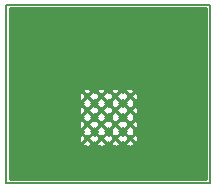
<source format=gbl>
G04 #@! TF.FileFunction,Copper,L2,Bot,Signal*
%FSLAX46Y46*%
G04 Gerber Fmt 4.6, Leading zero omitted, Abs format (unit mm)*
G04 Created by KiCad (PCBNEW 4.0.0-stable) date Wednesday, March 16, 2016 'PMt' 10:12:40 PM*
%MOMM*%
G01*
G04 APERTURE LIST*
%ADD10C,0.100000*%
%ADD11C,0.152400*%
%ADD12C,0.609600*%
%ADD13C,0.254000*%
%ADD14C,0.381000*%
G04 APERTURE END LIST*
D10*
D11*
X75444540Y79954420D02*
X75444540Y94991220D01*
X75444540Y79954420D02*
X92690740Y79954420D01*
X92690740Y79954420D02*
X92690740Y94991220D01*
X75444540Y94991220D02*
X92690740Y94991220D01*
X75444540Y94991220D02*
X92690740Y94991220D01*
X75444540Y79954420D02*
X75444540Y94991220D01*
X75444540Y79954420D02*
X92690740Y79954420D01*
X92690740Y79954420D02*
X92690740Y94991220D01*
D12*
X92056140Y94356220D03*
X86595140Y94356220D03*
X81184940Y89454020D03*
X76079540Y94356220D03*
X80219740Y94356220D03*
X83496340Y94356220D03*
X77019340Y85288420D03*
X76079540Y81986420D03*
X76079540Y80589420D03*
X92056140Y80691020D03*
X89262140Y80691020D03*
X92056140Y84145420D03*
X90201940Y84145420D03*
X92056140Y85847220D03*
X91598940Y88742820D03*
X89033540Y91613020D03*
X92056140Y92908420D03*
X86493540Y90597020D03*
X88042940Y91435220D03*
X87204740Y91435220D03*
X87204740Y91435220D03*
X86595140Y92908420D03*
X83420140Y92908420D03*
X76079540Y89276220D03*
X78848140Y90038220D03*
X76079540Y92908420D03*
X78775930Y89168620D03*
X77197140Y88412620D03*
X86493540Y89504820D03*
X80778540Y80564020D03*
X91090940Y83104020D03*
X81718340Y80589420D03*
X81108740Y82491620D03*
X77451140Y87396620D03*
X90684540Y87218820D03*
X90684540Y88057020D03*
X78695740Y92908420D03*
X90129730Y85841220D03*
X83496340Y89530220D03*
X82305935Y87291617D03*
X83505935Y87291617D03*
X84705935Y87291617D03*
X85905935Y87291617D03*
X82305935Y86091617D03*
X83505935Y86091617D03*
X84705935Y86091617D03*
X85905935Y86091617D03*
X82305935Y84891617D03*
X83505935Y84891617D03*
X84705935Y84891617D03*
X85905935Y84891617D03*
X82305935Y83691617D03*
X83505935Y83691617D03*
X84705935Y83691617D03*
X85905935Y83691617D03*
D13*
X78775930Y89168620D02*
X79100120Y88844420D01*
X79100120Y88844420D02*
X85833140Y88844420D01*
X85833140Y88844420D02*
X86493540Y89504820D01*
D14*
X80398820Y81908930D02*
X81718340Y80589420D01*
X78775930Y86930710D02*
X78775930Y89168620D01*
X78775930Y86930710D02*
X80398820Y85307820D01*
X80398820Y81908930D02*
X80398820Y85307820D01*
D13*
G36*
X92396100Y80249060D02*
X75739180Y80249060D01*
X75739180Y83271335D01*
X81886360Y83271335D01*
X81901286Y83133814D01*
X82017883Y83065589D01*
X82145550Y83021422D01*
X82279380Y83003010D01*
X82414231Y83011061D01*
X82544920Y83045265D01*
X82666425Y83104308D01*
X82710584Y83133814D01*
X82725510Y83271335D01*
X83086360Y83271335D01*
X83101286Y83133814D01*
X83217883Y83065589D01*
X83345550Y83021422D01*
X83479380Y83003010D01*
X83614231Y83011061D01*
X83744920Y83045265D01*
X83866425Y83104308D01*
X83910584Y83133814D01*
X83925510Y83271335D01*
X84286360Y83271335D01*
X84301286Y83133814D01*
X84417883Y83065589D01*
X84545550Y83021422D01*
X84679380Y83003010D01*
X84814231Y83011061D01*
X84944920Y83045265D01*
X85066425Y83104308D01*
X85110584Y83133814D01*
X85125510Y83271335D01*
X85486360Y83271335D01*
X85501286Y83133814D01*
X85617883Y83065589D01*
X85745550Y83021422D01*
X85879380Y83003010D01*
X86014231Y83011061D01*
X86144920Y83045265D01*
X86266425Y83104308D01*
X86310584Y83133814D01*
X86325510Y83271335D01*
X85905935Y83690910D01*
X85486360Y83271335D01*
X85125510Y83271335D01*
X84705935Y83690910D01*
X84286360Y83271335D01*
X83925510Y83271335D01*
X83505935Y83690910D01*
X83086360Y83271335D01*
X82725510Y83271335D01*
X82305935Y83690910D01*
X81886360Y83271335D01*
X75739180Y83271335D01*
X75739180Y83718172D01*
X81617328Y83718172D01*
X81625379Y83583321D01*
X81659583Y83452632D01*
X81718626Y83331127D01*
X81748132Y83286968D01*
X81885653Y83272042D01*
X82305228Y83691617D01*
X82306642Y83691617D01*
X82726217Y83272042D01*
X82863738Y83286968D01*
X82905447Y83358249D01*
X82918626Y83331127D01*
X82948132Y83286968D01*
X83085653Y83272042D01*
X83505228Y83691617D01*
X83506642Y83691617D01*
X83926217Y83272042D01*
X84063738Y83286968D01*
X84105447Y83358249D01*
X84118626Y83331127D01*
X84148132Y83286968D01*
X84285653Y83272042D01*
X84705228Y83691617D01*
X84706642Y83691617D01*
X85126217Y83272042D01*
X85263738Y83286968D01*
X85305447Y83358249D01*
X85318626Y83331127D01*
X85348132Y83286968D01*
X85485653Y83272042D01*
X85905228Y83691617D01*
X85906642Y83691617D01*
X86326217Y83272042D01*
X86463738Y83286968D01*
X86531963Y83403565D01*
X86576130Y83531232D01*
X86594542Y83665062D01*
X86586491Y83799913D01*
X86552287Y83930602D01*
X86493244Y84052107D01*
X86463738Y84096266D01*
X86326217Y84111192D01*
X85906642Y83691617D01*
X85905228Y83691617D01*
X85485653Y84111192D01*
X85348132Y84096266D01*
X85306423Y84024985D01*
X85293244Y84052107D01*
X85263738Y84096266D01*
X85126217Y84111192D01*
X84706642Y83691617D01*
X84705228Y83691617D01*
X84285653Y84111192D01*
X84148132Y84096266D01*
X84106423Y84024985D01*
X84093244Y84052107D01*
X84063738Y84096266D01*
X83926217Y84111192D01*
X83506642Y83691617D01*
X83505228Y83691617D01*
X83085653Y84111192D01*
X82948132Y84096266D01*
X82906423Y84024985D01*
X82893244Y84052107D01*
X82863738Y84096266D01*
X82726217Y84111192D01*
X82306642Y83691617D01*
X82305228Y83691617D01*
X81885653Y84111192D01*
X81748132Y84096266D01*
X81679907Y83979669D01*
X81635740Y83852002D01*
X81617328Y83718172D01*
X75739180Y83718172D01*
X75739180Y84471335D01*
X81886360Y84471335D01*
X81901286Y84333814D01*
X81972567Y84292105D01*
X81945445Y84278926D01*
X81901286Y84249420D01*
X81886360Y84111899D01*
X82305935Y83692324D01*
X82725510Y84111899D01*
X82710584Y84249420D01*
X82639303Y84291129D01*
X82666425Y84304308D01*
X82710584Y84333814D01*
X82725510Y84471335D01*
X83086360Y84471335D01*
X83101286Y84333814D01*
X83172567Y84292105D01*
X83145445Y84278926D01*
X83101286Y84249420D01*
X83086360Y84111899D01*
X83505935Y83692324D01*
X83925510Y84111899D01*
X83910584Y84249420D01*
X83839303Y84291129D01*
X83866425Y84304308D01*
X83910584Y84333814D01*
X83925510Y84471335D01*
X84286360Y84471335D01*
X84301286Y84333814D01*
X84372567Y84292105D01*
X84345445Y84278926D01*
X84301286Y84249420D01*
X84286360Y84111899D01*
X84705935Y83692324D01*
X85125510Y84111899D01*
X85110584Y84249420D01*
X85039303Y84291129D01*
X85066425Y84304308D01*
X85110584Y84333814D01*
X85125510Y84471335D01*
X85486360Y84471335D01*
X85501286Y84333814D01*
X85572567Y84292105D01*
X85545445Y84278926D01*
X85501286Y84249420D01*
X85486360Y84111899D01*
X85905935Y83692324D01*
X86325510Y84111899D01*
X86310584Y84249420D01*
X86239303Y84291129D01*
X86266425Y84304308D01*
X86310584Y84333814D01*
X86325510Y84471335D01*
X85905935Y84890910D01*
X85486360Y84471335D01*
X85125510Y84471335D01*
X84705935Y84890910D01*
X84286360Y84471335D01*
X83925510Y84471335D01*
X83505935Y84890910D01*
X83086360Y84471335D01*
X82725510Y84471335D01*
X82305935Y84890910D01*
X81886360Y84471335D01*
X75739180Y84471335D01*
X75739180Y84918172D01*
X81617328Y84918172D01*
X81625379Y84783321D01*
X81659583Y84652632D01*
X81718626Y84531127D01*
X81748132Y84486968D01*
X81885653Y84472042D01*
X82305228Y84891617D01*
X82306642Y84891617D01*
X82726217Y84472042D01*
X82863738Y84486968D01*
X82905447Y84558249D01*
X82918626Y84531127D01*
X82948132Y84486968D01*
X83085653Y84472042D01*
X83505228Y84891617D01*
X83506642Y84891617D01*
X83926217Y84472042D01*
X84063738Y84486968D01*
X84105447Y84558249D01*
X84118626Y84531127D01*
X84148132Y84486968D01*
X84285653Y84472042D01*
X84705228Y84891617D01*
X84706642Y84891617D01*
X85126217Y84472042D01*
X85263738Y84486968D01*
X85305447Y84558249D01*
X85318626Y84531127D01*
X85348132Y84486968D01*
X85485653Y84472042D01*
X85905228Y84891617D01*
X85906642Y84891617D01*
X86326217Y84472042D01*
X86463738Y84486968D01*
X86531963Y84603565D01*
X86576130Y84731232D01*
X86594542Y84865062D01*
X86586491Y84999913D01*
X86552287Y85130602D01*
X86493244Y85252107D01*
X86463738Y85296266D01*
X86326217Y85311192D01*
X85906642Y84891617D01*
X85905228Y84891617D01*
X85485653Y85311192D01*
X85348132Y85296266D01*
X85306423Y85224985D01*
X85293244Y85252107D01*
X85263738Y85296266D01*
X85126217Y85311192D01*
X84706642Y84891617D01*
X84705228Y84891617D01*
X84285653Y85311192D01*
X84148132Y85296266D01*
X84106423Y85224985D01*
X84093244Y85252107D01*
X84063738Y85296266D01*
X83926217Y85311192D01*
X83506642Y84891617D01*
X83505228Y84891617D01*
X83085653Y85311192D01*
X82948132Y85296266D01*
X82906423Y85224985D01*
X82893244Y85252107D01*
X82863738Y85296266D01*
X82726217Y85311192D01*
X82306642Y84891617D01*
X82305228Y84891617D01*
X81885653Y85311192D01*
X81748132Y85296266D01*
X81679907Y85179669D01*
X81635740Y85052002D01*
X81617328Y84918172D01*
X75739180Y84918172D01*
X75739180Y85671335D01*
X81886360Y85671335D01*
X81901286Y85533814D01*
X81972567Y85492105D01*
X81945445Y85478926D01*
X81901286Y85449420D01*
X81886360Y85311899D01*
X82305935Y84892324D01*
X82725510Y85311899D01*
X82710584Y85449420D01*
X82639303Y85491129D01*
X82666425Y85504308D01*
X82710584Y85533814D01*
X82725510Y85671335D01*
X83086360Y85671335D01*
X83101286Y85533814D01*
X83172567Y85492105D01*
X83145445Y85478926D01*
X83101286Y85449420D01*
X83086360Y85311899D01*
X83505935Y84892324D01*
X83925510Y85311899D01*
X83910584Y85449420D01*
X83839303Y85491129D01*
X83866425Y85504308D01*
X83910584Y85533814D01*
X83925510Y85671335D01*
X84286360Y85671335D01*
X84301286Y85533814D01*
X84372567Y85492105D01*
X84345445Y85478926D01*
X84301286Y85449420D01*
X84286360Y85311899D01*
X84705935Y84892324D01*
X85125510Y85311899D01*
X85110584Y85449420D01*
X85039303Y85491129D01*
X85066425Y85504308D01*
X85110584Y85533814D01*
X85125510Y85671335D01*
X85486360Y85671335D01*
X85501286Y85533814D01*
X85572567Y85492105D01*
X85545445Y85478926D01*
X85501286Y85449420D01*
X85486360Y85311899D01*
X85905935Y84892324D01*
X86325510Y85311899D01*
X86310584Y85449420D01*
X86239303Y85491129D01*
X86266425Y85504308D01*
X86310584Y85533814D01*
X86325510Y85671335D01*
X85905935Y86090910D01*
X85486360Y85671335D01*
X85125510Y85671335D01*
X84705935Y86090910D01*
X84286360Y85671335D01*
X83925510Y85671335D01*
X83505935Y86090910D01*
X83086360Y85671335D01*
X82725510Y85671335D01*
X82305935Y86090910D01*
X81886360Y85671335D01*
X75739180Y85671335D01*
X75739180Y86118172D01*
X81617328Y86118172D01*
X81625379Y85983321D01*
X81659583Y85852632D01*
X81718626Y85731127D01*
X81748132Y85686968D01*
X81885653Y85672042D01*
X82305228Y86091617D01*
X82306642Y86091617D01*
X82726217Y85672042D01*
X82863738Y85686968D01*
X82905447Y85758249D01*
X82918626Y85731127D01*
X82948132Y85686968D01*
X83085653Y85672042D01*
X83505228Y86091617D01*
X83506642Y86091617D01*
X83926217Y85672042D01*
X84063738Y85686968D01*
X84105447Y85758249D01*
X84118626Y85731127D01*
X84148132Y85686968D01*
X84285653Y85672042D01*
X84705228Y86091617D01*
X84706642Y86091617D01*
X85126217Y85672042D01*
X85263738Y85686968D01*
X85305447Y85758249D01*
X85318626Y85731127D01*
X85348132Y85686968D01*
X85485653Y85672042D01*
X85905228Y86091617D01*
X85906642Y86091617D01*
X86326217Y85672042D01*
X86463738Y85686968D01*
X86531963Y85803565D01*
X86576130Y85931232D01*
X86594542Y86065062D01*
X86586491Y86199913D01*
X86552287Y86330602D01*
X86493244Y86452107D01*
X86463738Y86496266D01*
X86326217Y86511192D01*
X85906642Y86091617D01*
X85905228Y86091617D01*
X85485653Y86511192D01*
X85348132Y86496266D01*
X85306423Y86424985D01*
X85293244Y86452107D01*
X85263738Y86496266D01*
X85126217Y86511192D01*
X84706642Y86091617D01*
X84705228Y86091617D01*
X84285653Y86511192D01*
X84148132Y86496266D01*
X84106423Y86424985D01*
X84093244Y86452107D01*
X84063738Y86496266D01*
X83926217Y86511192D01*
X83506642Y86091617D01*
X83505228Y86091617D01*
X83085653Y86511192D01*
X82948132Y86496266D01*
X82906423Y86424985D01*
X82893244Y86452107D01*
X82863738Y86496266D01*
X82726217Y86511192D01*
X82306642Y86091617D01*
X82305228Y86091617D01*
X81885653Y86511192D01*
X81748132Y86496266D01*
X81679907Y86379669D01*
X81635740Y86252002D01*
X81617328Y86118172D01*
X75739180Y86118172D01*
X75739180Y86871335D01*
X81886360Y86871335D01*
X81901286Y86733814D01*
X81972567Y86692105D01*
X81945445Y86678926D01*
X81901286Y86649420D01*
X81886360Y86511899D01*
X82305935Y86092324D01*
X82725510Y86511899D01*
X82710584Y86649420D01*
X82639303Y86691129D01*
X82666425Y86704308D01*
X82710584Y86733814D01*
X82725510Y86871335D01*
X83086360Y86871335D01*
X83101286Y86733814D01*
X83172567Y86692105D01*
X83145445Y86678926D01*
X83101286Y86649420D01*
X83086360Y86511899D01*
X83505935Y86092324D01*
X83925510Y86511899D01*
X83910584Y86649420D01*
X83839303Y86691129D01*
X83866425Y86704308D01*
X83910584Y86733814D01*
X83925510Y86871335D01*
X84286360Y86871335D01*
X84301286Y86733814D01*
X84372567Y86692105D01*
X84345445Y86678926D01*
X84301286Y86649420D01*
X84286360Y86511899D01*
X84705935Y86092324D01*
X85125510Y86511899D01*
X85110584Y86649420D01*
X85039303Y86691129D01*
X85066425Y86704308D01*
X85110584Y86733814D01*
X85125510Y86871335D01*
X85486360Y86871335D01*
X85501286Y86733814D01*
X85572567Y86692105D01*
X85545445Y86678926D01*
X85501286Y86649420D01*
X85486360Y86511899D01*
X85905935Y86092324D01*
X86325510Y86511899D01*
X86310584Y86649420D01*
X86239303Y86691129D01*
X86266425Y86704308D01*
X86310584Y86733814D01*
X86325510Y86871335D01*
X85905935Y87290910D01*
X85486360Y86871335D01*
X85125510Y86871335D01*
X84705935Y87290910D01*
X84286360Y86871335D01*
X83925510Y86871335D01*
X83505935Y87290910D01*
X83086360Y86871335D01*
X82725510Y86871335D01*
X82305935Y87290910D01*
X81886360Y86871335D01*
X75739180Y86871335D01*
X75739180Y87318172D01*
X81617328Y87318172D01*
X81625379Y87183321D01*
X81659583Y87052632D01*
X81718626Y86931127D01*
X81748132Y86886968D01*
X81885653Y86872042D01*
X82305228Y87291617D01*
X82306642Y87291617D01*
X82726217Y86872042D01*
X82863738Y86886968D01*
X82905447Y86958249D01*
X82918626Y86931127D01*
X82948132Y86886968D01*
X83085653Y86872042D01*
X83505228Y87291617D01*
X83506642Y87291617D01*
X83926217Y86872042D01*
X84063738Y86886968D01*
X84105447Y86958249D01*
X84118626Y86931127D01*
X84148132Y86886968D01*
X84285653Y86872042D01*
X84705228Y87291617D01*
X84706642Y87291617D01*
X85126217Y86872042D01*
X85263738Y86886968D01*
X85305447Y86958249D01*
X85318626Y86931127D01*
X85348132Y86886968D01*
X85485653Y86872042D01*
X85905228Y87291617D01*
X85906642Y87291617D01*
X86326217Y86872042D01*
X86463738Y86886968D01*
X86531963Y87003565D01*
X86576130Y87131232D01*
X86594542Y87265062D01*
X86586491Y87399913D01*
X86552287Y87530602D01*
X86493244Y87652107D01*
X86463738Y87696266D01*
X86326217Y87711192D01*
X85906642Y87291617D01*
X85905228Y87291617D01*
X85485653Y87711192D01*
X85348132Y87696266D01*
X85306423Y87624985D01*
X85293244Y87652107D01*
X85263738Y87696266D01*
X85126217Y87711192D01*
X84706642Y87291617D01*
X84705228Y87291617D01*
X84285653Y87711192D01*
X84148132Y87696266D01*
X84106423Y87624985D01*
X84093244Y87652107D01*
X84063738Y87696266D01*
X83926217Y87711192D01*
X83506642Y87291617D01*
X83505228Y87291617D01*
X83085653Y87711192D01*
X82948132Y87696266D01*
X82906423Y87624985D01*
X82893244Y87652107D01*
X82863738Y87696266D01*
X82726217Y87711192D01*
X82306642Y87291617D01*
X82305228Y87291617D01*
X81885653Y87711192D01*
X81748132Y87696266D01*
X81679907Y87579669D01*
X81635740Y87452002D01*
X81617328Y87318172D01*
X75739180Y87318172D01*
X75739180Y87711899D01*
X81886360Y87711899D01*
X82305935Y87292324D01*
X82725510Y87711899D01*
X83086360Y87711899D01*
X83505935Y87292324D01*
X83925510Y87711899D01*
X84286360Y87711899D01*
X84705935Y87292324D01*
X85125510Y87711899D01*
X85486360Y87711899D01*
X85905935Y87292324D01*
X86325510Y87711899D01*
X86310584Y87849420D01*
X86193987Y87917645D01*
X86066320Y87961812D01*
X85932490Y87980224D01*
X85797639Y87972173D01*
X85666950Y87937969D01*
X85545445Y87878926D01*
X85501286Y87849420D01*
X85486360Y87711899D01*
X85125510Y87711899D01*
X85110584Y87849420D01*
X84993987Y87917645D01*
X84866320Y87961812D01*
X84732490Y87980224D01*
X84597639Y87972173D01*
X84466950Y87937969D01*
X84345445Y87878926D01*
X84301286Y87849420D01*
X84286360Y87711899D01*
X83925510Y87711899D01*
X83910584Y87849420D01*
X83793987Y87917645D01*
X83666320Y87961812D01*
X83532490Y87980224D01*
X83397639Y87972173D01*
X83266950Y87937969D01*
X83145445Y87878926D01*
X83101286Y87849420D01*
X83086360Y87711899D01*
X82725510Y87711899D01*
X82710584Y87849420D01*
X82593987Y87917645D01*
X82466320Y87961812D01*
X82332490Y87980224D01*
X82197639Y87972173D01*
X82066950Y87937969D01*
X81945445Y87878926D01*
X81901286Y87849420D01*
X81886360Y87711899D01*
X75739180Y87711899D01*
X75739180Y94696580D01*
X92396100Y94696580D01*
X92396100Y80249060D01*
X92396100Y80249060D01*
G37*
X92396100Y80249060D02*
X75739180Y80249060D01*
X75739180Y83271335D01*
X81886360Y83271335D01*
X81901286Y83133814D01*
X82017883Y83065589D01*
X82145550Y83021422D01*
X82279380Y83003010D01*
X82414231Y83011061D01*
X82544920Y83045265D01*
X82666425Y83104308D01*
X82710584Y83133814D01*
X82725510Y83271335D01*
X83086360Y83271335D01*
X83101286Y83133814D01*
X83217883Y83065589D01*
X83345550Y83021422D01*
X83479380Y83003010D01*
X83614231Y83011061D01*
X83744920Y83045265D01*
X83866425Y83104308D01*
X83910584Y83133814D01*
X83925510Y83271335D01*
X84286360Y83271335D01*
X84301286Y83133814D01*
X84417883Y83065589D01*
X84545550Y83021422D01*
X84679380Y83003010D01*
X84814231Y83011061D01*
X84944920Y83045265D01*
X85066425Y83104308D01*
X85110584Y83133814D01*
X85125510Y83271335D01*
X85486360Y83271335D01*
X85501286Y83133814D01*
X85617883Y83065589D01*
X85745550Y83021422D01*
X85879380Y83003010D01*
X86014231Y83011061D01*
X86144920Y83045265D01*
X86266425Y83104308D01*
X86310584Y83133814D01*
X86325510Y83271335D01*
X85905935Y83690910D01*
X85486360Y83271335D01*
X85125510Y83271335D01*
X84705935Y83690910D01*
X84286360Y83271335D01*
X83925510Y83271335D01*
X83505935Y83690910D01*
X83086360Y83271335D01*
X82725510Y83271335D01*
X82305935Y83690910D01*
X81886360Y83271335D01*
X75739180Y83271335D01*
X75739180Y83718172D01*
X81617328Y83718172D01*
X81625379Y83583321D01*
X81659583Y83452632D01*
X81718626Y83331127D01*
X81748132Y83286968D01*
X81885653Y83272042D01*
X82305228Y83691617D01*
X82306642Y83691617D01*
X82726217Y83272042D01*
X82863738Y83286968D01*
X82905447Y83358249D01*
X82918626Y83331127D01*
X82948132Y83286968D01*
X83085653Y83272042D01*
X83505228Y83691617D01*
X83506642Y83691617D01*
X83926217Y83272042D01*
X84063738Y83286968D01*
X84105447Y83358249D01*
X84118626Y83331127D01*
X84148132Y83286968D01*
X84285653Y83272042D01*
X84705228Y83691617D01*
X84706642Y83691617D01*
X85126217Y83272042D01*
X85263738Y83286968D01*
X85305447Y83358249D01*
X85318626Y83331127D01*
X85348132Y83286968D01*
X85485653Y83272042D01*
X85905228Y83691617D01*
X85906642Y83691617D01*
X86326217Y83272042D01*
X86463738Y83286968D01*
X86531963Y83403565D01*
X86576130Y83531232D01*
X86594542Y83665062D01*
X86586491Y83799913D01*
X86552287Y83930602D01*
X86493244Y84052107D01*
X86463738Y84096266D01*
X86326217Y84111192D01*
X85906642Y83691617D01*
X85905228Y83691617D01*
X85485653Y84111192D01*
X85348132Y84096266D01*
X85306423Y84024985D01*
X85293244Y84052107D01*
X85263738Y84096266D01*
X85126217Y84111192D01*
X84706642Y83691617D01*
X84705228Y83691617D01*
X84285653Y84111192D01*
X84148132Y84096266D01*
X84106423Y84024985D01*
X84093244Y84052107D01*
X84063738Y84096266D01*
X83926217Y84111192D01*
X83506642Y83691617D01*
X83505228Y83691617D01*
X83085653Y84111192D01*
X82948132Y84096266D01*
X82906423Y84024985D01*
X82893244Y84052107D01*
X82863738Y84096266D01*
X82726217Y84111192D01*
X82306642Y83691617D01*
X82305228Y83691617D01*
X81885653Y84111192D01*
X81748132Y84096266D01*
X81679907Y83979669D01*
X81635740Y83852002D01*
X81617328Y83718172D01*
X75739180Y83718172D01*
X75739180Y84471335D01*
X81886360Y84471335D01*
X81901286Y84333814D01*
X81972567Y84292105D01*
X81945445Y84278926D01*
X81901286Y84249420D01*
X81886360Y84111899D01*
X82305935Y83692324D01*
X82725510Y84111899D01*
X82710584Y84249420D01*
X82639303Y84291129D01*
X82666425Y84304308D01*
X82710584Y84333814D01*
X82725510Y84471335D01*
X83086360Y84471335D01*
X83101286Y84333814D01*
X83172567Y84292105D01*
X83145445Y84278926D01*
X83101286Y84249420D01*
X83086360Y84111899D01*
X83505935Y83692324D01*
X83925510Y84111899D01*
X83910584Y84249420D01*
X83839303Y84291129D01*
X83866425Y84304308D01*
X83910584Y84333814D01*
X83925510Y84471335D01*
X84286360Y84471335D01*
X84301286Y84333814D01*
X84372567Y84292105D01*
X84345445Y84278926D01*
X84301286Y84249420D01*
X84286360Y84111899D01*
X84705935Y83692324D01*
X85125510Y84111899D01*
X85110584Y84249420D01*
X85039303Y84291129D01*
X85066425Y84304308D01*
X85110584Y84333814D01*
X85125510Y84471335D01*
X85486360Y84471335D01*
X85501286Y84333814D01*
X85572567Y84292105D01*
X85545445Y84278926D01*
X85501286Y84249420D01*
X85486360Y84111899D01*
X85905935Y83692324D01*
X86325510Y84111899D01*
X86310584Y84249420D01*
X86239303Y84291129D01*
X86266425Y84304308D01*
X86310584Y84333814D01*
X86325510Y84471335D01*
X85905935Y84890910D01*
X85486360Y84471335D01*
X85125510Y84471335D01*
X84705935Y84890910D01*
X84286360Y84471335D01*
X83925510Y84471335D01*
X83505935Y84890910D01*
X83086360Y84471335D01*
X82725510Y84471335D01*
X82305935Y84890910D01*
X81886360Y84471335D01*
X75739180Y84471335D01*
X75739180Y84918172D01*
X81617328Y84918172D01*
X81625379Y84783321D01*
X81659583Y84652632D01*
X81718626Y84531127D01*
X81748132Y84486968D01*
X81885653Y84472042D01*
X82305228Y84891617D01*
X82306642Y84891617D01*
X82726217Y84472042D01*
X82863738Y84486968D01*
X82905447Y84558249D01*
X82918626Y84531127D01*
X82948132Y84486968D01*
X83085653Y84472042D01*
X83505228Y84891617D01*
X83506642Y84891617D01*
X83926217Y84472042D01*
X84063738Y84486968D01*
X84105447Y84558249D01*
X84118626Y84531127D01*
X84148132Y84486968D01*
X84285653Y84472042D01*
X84705228Y84891617D01*
X84706642Y84891617D01*
X85126217Y84472042D01*
X85263738Y84486968D01*
X85305447Y84558249D01*
X85318626Y84531127D01*
X85348132Y84486968D01*
X85485653Y84472042D01*
X85905228Y84891617D01*
X85906642Y84891617D01*
X86326217Y84472042D01*
X86463738Y84486968D01*
X86531963Y84603565D01*
X86576130Y84731232D01*
X86594542Y84865062D01*
X86586491Y84999913D01*
X86552287Y85130602D01*
X86493244Y85252107D01*
X86463738Y85296266D01*
X86326217Y85311192D01*
X85906642Y84891617D01*
X85905228Y84891617D01*
X85485653Y85311192D01*
X85348132Y85296266D01*
X85306423Y85224985D01*
X85293244Y85252107D01*
X85263738Y85296266D01*
X85126217Y85311192D01*
X84706642Y84891617D01*
X84705228Y84891617D01*
X84285653Y85311192D01*
X84148132Y85296266D01*
X84106423Y85224985D01*
X84093244Y85252107D01*
X84063738Y85296266D01*
X83926217Y85311192D01*
X83506642Y84891617D01*
X83505228Y84891617D01*
X83085653Y85311192D01*
X82948132Y85296266D01*
X82906423Y85224985D01*
X82893244Y85252107D01*
X82863738Y85296266D01*
X82726217Y85311192D01*
X82306642Y84891617D01*
X82305228Y84891617D01*
X81885653Y85311192D01*
X81748132Y85296266D01*
X81679907Y85179669D01*
X81635740Y85052002D01*
X81617328Y84918172D01*
X75739180Y84918172D01*
X75739180Y85671335D01*
X81886360Y85671335D01*
X81901286Y85533814D01*
X81972567Y85492105D01*
X81945445Y85478926D01*
X81901286Y85449420D01*
X81886360Y85311899D01*
X82305935Y84892324D01*
X82725510Y85311899D01*
X82710584Y85449420D01*
X82639303Y85491129D01*
X82666425Y85504308D01*
X82710584Y85533814D01*
X82725510Y85671335D01*
X83086360Y85671335D01*
X83101286Y85533814D01*
X83172567Y85492105D01*
X83145445Y85478926D01*
X83101286Y85449420D01*
X83086360Y85311899D01*
X83505935Y84892324D01*
X83925510Y85311899D01*
X83910584Y85449420D01*
X83839303Y85491129D01*
X83866425Y85504308D01*
X83910584Y85533814D01*
X83925510Y85671335D01*
X84286360Y85671335D01*
X84301286Y85533814D01*
X84372567Y85492105D01*
X84345445Y85478926D01*
X84301286Y85449420D01*
X84286360Y85311899D01*
X84705935Y84892324D01*
X85125510Y85311899D01*
X85110584Y85449420D01*
X85039303Y85491129D01*
X85066425Y85504308D01*
X85110584Y85533814D01*
X85125510Y85671335D01*
X85486360Y85671335D01*
X85501286Y85533814D01*
X85572567Y85492105D01*
X85545445Y85478926D01*
X85501286Y85449420D01*
X85486360Y85311899D01*
X85905935Y84892324D01*
X86325510Y85311899D01*
X86310584Y85449420D01*
X86239303Y85491129D01*
X86266425Y85504308D01*
X86310584Y85533814D01*
X86325510Y85671335D01*
X85905935Y86090910D01*
X85486360Y85671335D01*
X85125510Y85671335D01*
X84705935Y86090910D01*
X84286360Y85671335D01*
X83925510Y85671335D01*
X83505935Y86090910D01*
X83086360Y85671335D01*
X82725510Y85671335D01*
X82305935Y86090910D01*
X81886360Y85671335D01*
X75739180Y85671335D01*
X75739180Y86118172D01*
X81617328Y86118172D01*
X81625379Y85983321D01*
X81659583Y85852632D01*
X81718626Y85731127D01*
X81748132Y85686968D01*
X81885653Y85672042D01*
X82305228Y86091617D01*
X82306642Y86091617D01*
X82726217Y85672042D01*
X82863738Y85686968D01*
X82905447Y85758249D01*
X82918626Y85731127D01*
X82948132Y85686968D01*
X83085653Y85672042D01*
X83505228Y86091617D01*
X83506642Y86091617D01*
X83926217Y85672042D01*
X84063738Y85686968D01*
X84105447Y85758249D01*
X84118626Y85731127D01*
X84148132Y85686968D01*
X84285653Y85672042D01*
X84705228Y86091617D01*
X84706642Y86091617D01*
X85126217Y85672042D01*
X85263738Y85686968D01*
X85305447Y85758249D01*
X85318626Y85731127D01*
X85348132Y85686968D01*
X85485653Y85672042D01*
X85905228Y86091617D01*
X85906642Y86091617D01*
X86326217Y85672042D01*
X86463738Y85686968D01*
X86531963Y85803565D01*
X86576130Y85931232D01*
X86594542Y86065062D01*
X86586491Y86199913D01*
X86552287Y86330602D01*
X86493244Y86452107D01*
X86463738Y86496266D01*
X86326217Y86511192D01*
X85906642Y86091617D01*
X85905228Y86091617D01*
X85485653Y86511192D01*
X85348132Y86496266D01*
X85306423Y86424985D01*
X85293244Y86452107D01*
X85263738Y86496266D01*
X85126217Y86511192D01*
X84706642Y86091617D01*
X84705228Y86091617D01*
X84285653Y86511192D01*
X84148132Y86496266D01*
X84106423Y86424985D01*
X84093244Y86452107D01*
X84063738Y86496266D01*
X83926217Y86511192D01*
X83506642Y86091617D01*
X83505228Y86091617D01*
X83085653Y86511192D01*
X82948132Y86496266D01*
X82906423Y86424985D01*
X82893244Y86452107D01*
X82863738Y86496266D01*
X82726217Y86511192D01*
X82306642Y86091617D01*
X82305228Y86091617D01*
X81885653Y86511192D01*
X81748132Y86496266D01*
X81679907Y86379669D01*
X81635740Y86252002D01*
X81617328Y86118172D01*
X75739180Y86118172D01*
X75739180Y86871335D01*
X81886360Y86871335D01*
X81901286Y86733814D01*
X81972567Y86692105D01*
X81945445Y86678926D01*
X81901286Y86649420D01*
X81886360Y86511899D01*
X82305935Y86092324D01*
X82725510Y86511899D01*
X82710584Y86649420D01*
X82639303Y86691129D01*
X82666425Y86704308D01*
X82710584Y86733814D01*
X82725510Y86871335D01*
X83086360Y86871335D01*
X83101286Y86733814D01*
X83172567Y86692105D01*
X83145445Y86678926D01*
X83101286Y86649420D01*
X83086360Y86511899D01*
X83505935Y86092324D01*
X83925510Y86511899D01*
X83910584Y86649420D01*
X83839303Y86691129D01*
X83866425Y86704308D01*
X83910584Y86733814D01*
X83925510Y86871335D01*
X84286360Y86871335D01*
X84301286Y86733814D01*
X84372567Y86692105D01*
X84345445Y86678926D01*
X84301286Y86649420D01*
X84286360Y86511899D01*
X84705935Y86092324D01*
X85125510Y86511899D01*
X85110584Y86649420D01*
X85039303Y86691129D01*
X85066425Y86704308D01*
X85110584Y86733814D01*
X85125510Y86871335D01*
X85486360Y86871335D01*
X85501286Y86733814D01*
X85572567Y86692105D01*
X85545445Y86678926D01*
X85501286Y86649420D01*
X85486360Y86511899D01*
X85905935Y86092324D01*
X86325510Y86511899D01*
X86310584Y86649420D01*
X86239303Y86691129D01*
X86266425Y86704308D01*
X86310584Y86733814D01*
X86325510Y86871335D01*
X85905935Y87290910D01*
X85486360Y86871335D01*
X85125510Y86871335D01*
X84705935Y87290910D01*
X84286360Y86871335D01*
X83925510Y86871335D01*
X83505935Y87290910D01*
X83086360Y86871335D01*
X82725510Y86871335D01*
X82305935Y87290910D01*
X81886360Y86871335D01*
X75739180Y86871335D01*
X75739180Y87318172D01*
X81617328Y87318172D01*
X81625379Y87183321D01*
X81659583Y87052632D01*
X81718626Y86931127D01*
X81748132Y86886968D01*
X81885653Y86872042D01*
X82305228Y87291617D01*
X82306642Y87291617D01*
X82726217Y86872042D01*
X82863738Y86886968D01*
X82905447Y86958249D01*
X82918626Y86931127D01*
X82948132Y86886968D01*
X83085653Y86872042D01*
X83505228Y87291617D01*
X83506642Y87291617D01*
X83926217Y86872042D01*
X84063738Y86886968D01*
X84105447Y86958249D01*
X84118626Y86931127D01*
X84148132Y86886968D01*
X84285653Y86872042D01*
X84705228Y87291617D01*
X84706642Y87291617D01*
X85126217Y86872042D01*
X85263738Y86886968D01*
X85305447Y86958249D01*
X85318626Y86931127D01*
X85348132Y86886968D01*
X85485653Y86872042D01*
X85905228Y87291617D01*
X85906642Y87291617D01*
X86326217Y86872042D01*
X86463738Y86886968D01*
X86531963Y87003565D01*
X86576130Y87131232D01*
X86594542Y87265062D01*
X86586491Y87399913D01*
X86552287Y87530602D01*
X86493244Y87652107D01*
X86463738Y87696266D01*
X86326217Y87711192D01*
X85906642Y87291617D01*
X85905228Y87291617D01*
X85485653Y87711192D01*
X85348132Y87696266D01*
X85306423Y87624985D01*
X85293244Y87652107D01*
X85263738Y87696266D01*
X85126217Y87711192D01*
X84706642Y87291617D01*
X84705228Y87291617D01*
X84285653Y87711192D01*
X84148132Y87696266D01*
X84106423Y87624985D01*
X84093244Y87652107D01*
X84063738Y87696266D01*
X83926217Y87711192D01*
X83506642Y87291617D01*
X83505228Y87291617D01*
X83085653Y87711192D01*
X82948132Y87696266D01*
X82906423Y87624985D01*
X82893244Y87652107D01*
X82863738Y87696266D01*
X82726217Y87711192D01*
X82306642Y87291617D01*
X82305228Y87291617D01*
X81885653Y87711192D01*
X81748132Y87696266D01*
X81679907Y87579669D01*
X81635740Y87452002D01*
X81617328Y87318172D01*
X75739180Y87318172D01*
X75739180Y87711899D01*
X81886360Y87711899D01*
X82305935Y87292324D01*
X82725510Y87711899D01*
X83086360Y87711899D01*
X83505935Y87292324D01*
X83925510Y87711899D01*
X84286360Y87711899D01*
X84705935Y87292324D01*
X85125510Y87711899D01*
X85486360Y87711899D01*
X85905935Y87292324D01*
X86325510Y87711899D01*
X86310584Y87849420D01*
X86193987Y87917645D01*
X86066320Y87961812D01*
X85932490Y87980224D01*
X85797639Y87972173D01*
X85666950Y87937969D01*
X85545445Y87878926D01*
X85501286Y87849420D01*
X85486360Y87711899D01*
X85125510Y87711899D01*
X85110584Y87849420D01*
X84993987Y87917645D01*
X84866320Y87961812D01*
X84732490Y87980224D01*
X84597639Y87972173D01*
X84466950Y87937969D01*
X84345445Y87878926D01*
X84301286Y87849420D01*
X84286360Y87711899D01*
X83925510Y87711899D01*
X83910584Y87849420D01*
X83793987Y87917645D01*
X83666320Y87961812D01*
X83532490Y87980224D01*
X83397639Y87972173D01*
X83266950Y87937969D01*
X83145445Y87878926D01*
X83101286Y87849420D01*
X83086360Y87711899D01*
X82725510Y87711899D01*
X82710584Y87849420D01*
X82593987Y87917645D01*
X82466320Y87961812D01*
X82332490Y87980224D01*
X82197639Y87972173D01*
X82066950Y87937969D01*
X81945445Y87878926D01*
X81901286Y87849420D01*
X81886360Y87711899D01*
X75739180Y87711899D01*
X75739180Y94696580D01*
X92396100Y94696580D01*
X92396100Y80249060D01*
M02*

</source>
